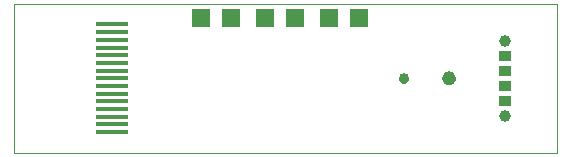
<source format=gbs>
G75*
G70*
%OFA0B0*%
%FSLAX24Y24*%
%IPPOS*%
%LPD*%
%AMOC8*
5,1,8,0,0,1.08239X$1,22.5*
%
%ADD10C,0.0000*%
%ADD11C,0.0335*%
%ADD12C,0.0453*%
%ADD13R,0.0640X0.0640*%
%ADD14R,0.0390X0.0360*%
%ADD15C,0.0390*%
%ADD16R,0.1064X0.0178*%
D10*
X004510Y003979D02*
X004510Y008969D01*
X022630Y008969D01*
X022630Y003979D01*
X004510Y003979D01*
X017363Y006479D02*
X017365Y006503D01*
X017371Y006526D01*
X017380Y006548D01*
X017393Y006568D01*
X017408Y006586D01*
X017427Y006601D01*
X017448Y006613D01*
X017470Y006621D01*
X017493Y006626D01*
X017517Y006627D01*
X017541Y006624D01*
X017563Y006617D01*
X017585Y006607D01*
X017605Y006594D01*
X017622Y006577D01*
X017636Y006558D01*
X017647Y006537D01*
X017655Y006514D01*
X017659Y006491D01*
X017659Y006467D01*
X017655Y006444D01*
X017647Y006421D01*
X017636Y006400D01*
X017622Y006381D01*
X017605Y006364D01*
X017585Y006351D01*
X017563Y006341D01*
X017541Y006334D01*
X017517Y006331D01*
X017493Y006332D01*
X017470Y006337D01*
X017448Y006345D01*
X017427Y006357D01*
X017408Y006372D01*
X017393Y006390D01*
X017380Y006410D01*
X017371Y006432D01*
X017365Y006455D01*
X017363Y006479D01*
X018801Y006479D02*
X018803Y006507D01*
X018809Y006535D01*
X018818Y006561D01*
X018831Y006587D01*
X018847Y006610D01*
X018867Y006630D01*
X018889Y006648D01*
X018913Y006663D01*
X018939Y006674D01*
X018966Y006682D01*
X018994Y006686D01*
X019022Y006686D01*
X019050Y006682D01*
X019077Y006674D01*
X019103Y006663D01*
X019127Y006648D01*
X019149Y006630D01*
X019169Y006610D01*
X019185Y006587D01*
X019198Y006561D01*
X019207Y006535D01*
X019213Y006507D01*
X019215Y006479D01*
X019213Y006451D01*
X019207Y006423D01*
X019198Y006397D01*
X019185Y006371D01*
X019169Y006348D01*
X019149Y006328D01*
X019127Y006310D01*
X019103Y006295D01*
X019077Y006284D01*
X019050Y006276D01*
X019022Y006272D01*
X018994Y006272D01*
X018966Y006276D01*
X018939Y006284D01*
X018913Y006295D01*
X018889Y006310D01*
X018867Y006328D01*
X018847Y006348D01*
X018831Y006371D01*
X018818Y006397D01*
X018809Y006423D01*
X018803Y006451D01*
X018801Y006479D01*
D11*
X017511Y006479D03*
D12*
X019008Y006479D03*
D13*
X016010Y008479D03*
X015010Y008479D03*
X013885Y008479D03*
X012885Y008479D03*
X011760Y008479D03*
X010760Y008479D03*
D14*
X020885Y007229D03*
X020885Y006729D03*
X020885Y006229D03*
X020885Y005729D03*
D15*
X020885Y005229D03*
X020885Y007729D03*
D16*
X007791Y007759D03*
X007791Y007503D03*
X007791Y007247D03*
X007791Y006991D03*
X007791Y006735D03*
X007791Y006479D03*
X007791Y006224D03*
X007791Y005968D03*
X007791Y005712D03*
X007791Y005456D03*
X007791Y005200D03*
X007791Y004944D03*
X007791Y004688D03*
X007791Y008015D03*
X007791Y008271D03*
M02*

</source>
